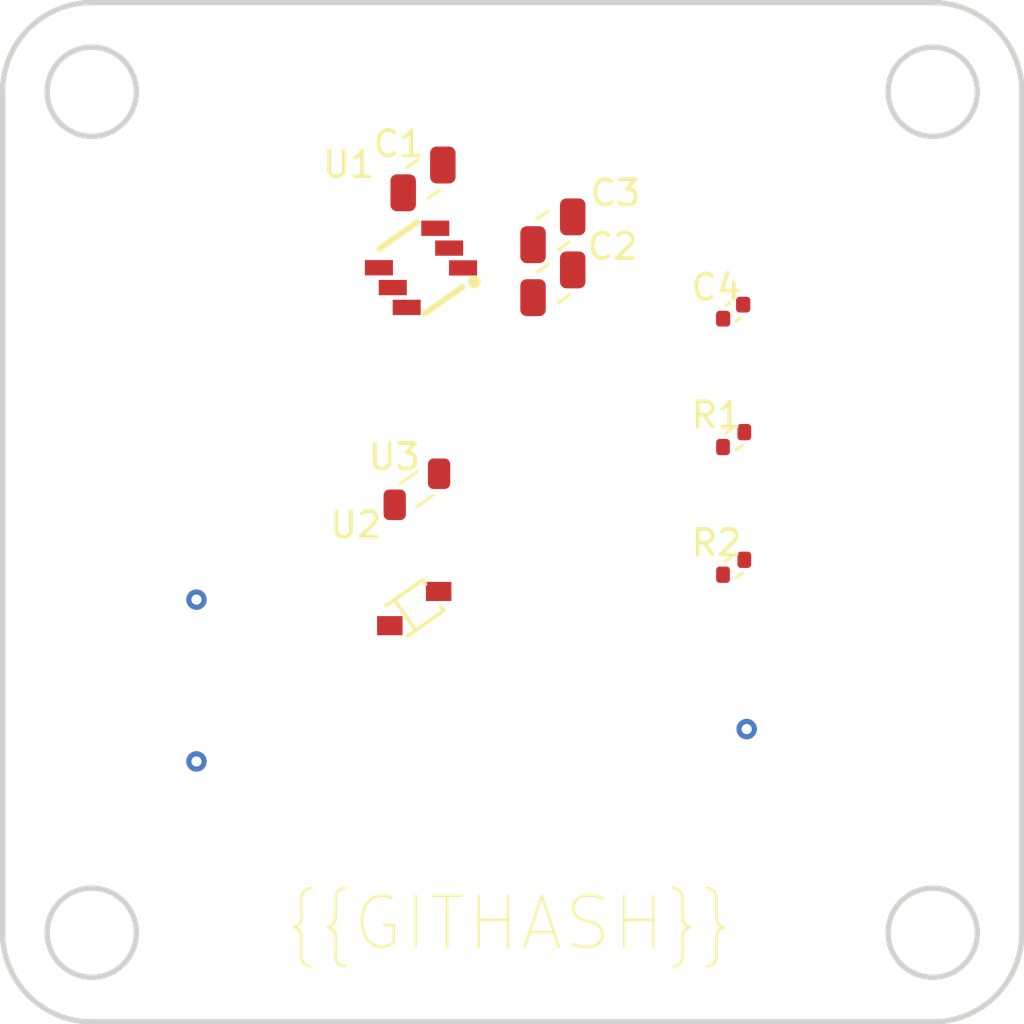
<source format=kicad_pcb>
(kicad_pcb (version 20221018) (generator pcbnew)
  (layers (0 "F.Cu" signal) (31 "B.Cu" signal) (34 "B.Paste" user) (35 "F.Paste" user) (36 "B.SilkS" user "B.Silkscreen") (37 "F.SilkS" user "F.Silkscreen") (38 "B.Mask" user) (39 "F.Mask" user) (44 "Edge.Cuts" user))
  (net 0 "")
  (net 1 "out")
  (net 2 "gnd")
  (net 3 "cb")
  (net 4 "sw")
  (net 5 "vcc")
  (net 6 "vcc-1")
  (footprint "lib:SOD-323_L1.8-W1.3-LS2.5-RD" (layer "F.Cu") (at 139.355 100.68 35.0)
    (fp_text reference "U2" (at 0 -4) (layer "F.SilkS"))
    (fp_text value "<help! no value>")
    (fp_line (start -0.85 -0.73) (end 0.91 -0.73) (stroke (width 0.15)) (layer "F.SilkS"))
    (fp_line (start -0.85 0.73) (end 0.91 0.73) (stroke (width 0.15)) (layer "F.SilkS"))
    (fp_line (start -0.44 -0.73) (end -0.44 0.73) (stroke (width 0.15)) (layer "F.SilkS"))
    (fp_line (start 0.91 -0.73) (end 0.91 -0.53) (stroke (width 0.15)) (layer "F.SilkS"))
    (fp_line (start 0.91 0.73) (end 0.91 0.52) (stroke (width 0.15)) (layer "F.SilkS"))
    (pad "1" smd rect (at -1.17 0) (size 1 0.75) (layers "F.Cu" "F.Paste" "F.Mask") (net 4 "sw"))
    (pad "2" smd rect (at 1.17 0) (size 1 0.75) (layers "F.Cu" "F.Paste" "F.Mask") (net 2 "gnd"))
  )
  (footprint "lib:R0402" (layer "F.Cu") (at 151.89 94.05 35.0)
    (fp_text reference "R1" (at 0 -1.17) (layer "F.SilkS"))
    (fp_text value "147K")
    (fp_line (start -0.153641 -0.38) (end 0.153641 -0.38) (stroke (width 0.12)) (layer "F.SilkS"))
    (fp_line (start -0.153641 0.38) (end 0.153641 0.38) (stroke (width 0.12)) (layer "F.SilkS"))
    (pad "1" smd roundrect (at -0.51 0) (size 0.54 0.64) (layers "F.Cu" "F.Paste" "F.Mask") (net 6 "vcc-1"))
    (pad "2" smd roundrect (at 0.51 0) (size 0.54 0.64) (layers "F.Cu" "F.Paste" "F.Mask") (net 1 "out"))
  )
  (footprint "lib:R0402" (layer "F.Cu") (at 151.89 99.06 35.0)
    (fp_text reference "R2" (at 0 -1.17) (layer "F.SilkS"))
    (fp_text value "10K")
    (fp_line (start -0.153641 -0.38) (end 0.153641 -0.38) (stroke (width 0.12)) (layer "F.SilkS"))
    (fp_line (start -0.153641 0.38) (end 0.153641 0.38) (stroke (width 0.12)) (layer "F.SilkS"))
    (pad "1" smd roundrect (at -0.51 0) (size 0.54 0.64) (layers "F.Cu" "F.Paste" "F.Mask") (net 1 "out"))
    (pad "2" smd roundrect (at 0.51 0) (size 0.54 0.64) (layers "F.Cu" "F.Paste" "F.Mask") (net 2 "gnd"))
  )
  (footprint "lib:C0805" (layer "F.Cu") (at 144.795316 85.855212 35.0)
    (fp_text reference "C3" (at 2.85492 0.193554) (layer "F.SilkS"))
    (fp_text value "10uF")
    (fp_line (start -0.261252 -0.735) (end 0.261252 -0.735) (stroke (width 0.12)) (layer "F.SilkS"))
    (fp_line (start -0.261252 0.735) (end 0.261252 0.735) (stroke (width 0.12)) (layer "F.SilkS"))
    (pad "1" smd roundrect (at -0.95 0) (size 1 1.45) (layers "F.Cu" "F.Paste" "F.Mask") (net 6 "vcc-1"))
    (pad "2" smd roundrect (at 0.95 0) (size 1 1.45) (layers "F.Cu" "F.Paste" "F.Mask") (net 2 "gnd"))
  )
  (footprint "lib:SOT-23-6_L2.9-W1.6-P0.95-LS2.8-BR" (layer "F.Cu") (at 139.62 87.31 35.0)
    (fp_text reference "U1" (at 0 -4.95) (layer "F.SilkS"))
    (fp_text value "<help! no value>")
    (fp_line (start -0.9 -1.55) (end 0.9 -1.55) (stroke (width 0.25)) (layer "F.SilkS"))
    (fp_line (start -0.9 1.55) (end 0.9 1.55) (stroke (width 0.25)) (layer "F.SilkS"))
    (fp_circle (center 1.4 1.65) (end 1.53 1.65) (stroke (width 0.25)) (fill none) (layer "F.SilkS"))
    (pad "1" smd rect (at 1.35 0.95) (size 1.1 0.6) (layers "F.Cu" "F.Paste" "F.Mask") (net 3 "cb"))
    (pad "2" smd rect (at 1.35 0) (size 1.1 0.6) (layers "F.Cu" "F.Paste" "F.Mask") (net 2 "gnd"))
    (pad "3" smd rect (at 1.35 -0.95) (size 1.1 0.6) (layers "F.Cu" "F.Paste" "F.Mask") (net 1 "out"))
    (pad "4" smd rect (at -1.35 -0.95) (size 1.1 0.6) (layers "F.Cu" "F.Paste" "F.Mask") (net 5 "vcc"))
    (pad "5" smd rect (at -1.35 0) (size 1.1 0.6) (layers "F.Cu" "F.Paste" "F.Mask") (net 5 "vcc"))
    (pad "6" smd rect (at -1.35 0.95) (size 1.1 0.6) (layers "F.Cu" "F.Paste" "F.Mask") (net 4 "sw"))
  )
  (footprint "lib:C0805" (layer "F.Cu") (at 144.795316 87.935916 35.0)
    (fp_text reference "C2" (at 2.758143 0.145166) (layer "F.SilkS"))
    (fp_text value "10uF")
    (fp_line (start -0.261252 -0.735) (end 0.261252 -0.735) (stroke (width 0.12)) (layer "F.SilkS"))
    (fp_line (start -0.261252 0.735) (end 0.261252 0.735) (stroke (width 0.12)) (layer "F.SilkS"))
    (pad "1" smd roundrect (at -0.95 0) (size 1 1.45) (layers "F.Cu" "F.Paste" "F.Mask") (net 6 "vcc-1"))
    (pad "2" smd roundrect (at 0.95 0) (size 1 1.45) (layers "F.Cu" "F.Paste" "F.Mask") (net 2 "gnd"))
  )
  (footprint "lib:L0805" (layer "F.Cu") (at 139.46 96.0 35.0)
    (fp_text reference "U3" (at 0 -1.55) (layer "F.SilkS"))
    (fp_text value "<help! no value>")
    (fp_line (start -0.399622 -0.56) (end 0.399622 -0.56) (stroke (width 0.12)) (layer "F.SilkS"))
    (fp_line (start -0.399622 0.56) (end 0.399622 0.56) (stroke (width 0.12)) (layer "F.SilkS"))
    (pad "1" smd roundrect (at -1.0625 0) (size 0.875 1.2) (layers "F.Cu" "F.Paste" "F.Mask") (net 4 "sw"))
    (pad "2" smd roundrect (at 1.0625 0) (size 0.875 1.2) (layers "F.Cu" "F.Paste" "F.Mask") (net 6 "vcc-1"))
  )
  (footprint "lib:C0402" (layer "F.Cu") (at 151.87 89.03 35.0)
    (fp_text reference "C4" (at 0 -1.16) (layer "F.SilkS"))
    (fp_text value "100nF")
    (fp_line (start -0.107836 -0.36) (end 0.107836 -0.36) (stroke (width 0.12)) (layer "F.SilkS"))
    (fp_line (start -0.107836 0.36) (end 0.107836 0.36) (stroke (width 0.12)) (layer "F.SilkS"))
    (pad "1" smd roundrect (at -0.48 0) (size 0.56 0.62) (layers "F.Cu" "F.Paste" "F.Mask") (net 3 "cb"))
    (pad "2" smd roundrect (at 0.48 0) (size 0.56 0.62) (layers "F.Cu" "F.Paste" "F.Mask") (net 4 "sw"))
  )
  (footprint "lib:C0805" (layer "F.Cu") (at 139.7 83.82 35.0)
    (fp_text reference "C1" (at 0 -1.68) (layer "F.SilkS"))
    (fp_text value "10uF")
    (fp_line (start -0.261252 -0.735) (end 0.261252 -0.735) (stroke (width 0.12)) (layer "F.SilkS"))
    (fp_line (start -0.261252 0.735) (end 0.261252 0.735) (stroke (width 0.12)) (layer "F.SilkS"))
    (pad "1" smd roundrect (at -0.95 0) (size 1 1.45) (layers "F.Cu" "F.Paste" "F.Mask") (net 5 "vcc"))
    (pad "2" smd roundrect (at 0.95 0) (size 1 1.45) (layers "F.Cu" "F.Paste" "F.Mask") (net 2 "gnd"))
  )
  (gr_line (start 123.2 113.4) (end 123.2 80.4) (stroke (width 0.2)) (layer "Edge.Cuts"))
  (gr_arc (start 123.2 80.4) (mid 124.225126 77.925126) (end 126.7 76.9) (stroke (width 0.2)) (layer "Edge.Cuts"))
  (gr_circle (center 159.7 80.4) (end 161.45 80.4) (stroke (width 0.2)) (fill none) (layer "Edge.Cuts"))
  (gr_arc (start 159.7 76.9) (mid 162.174874 77.925126) (end 163.2 80.4) (stroke (width 0.2)) (layer "Edge.Cuts"))
  (gr_line (start 163.2 113.4) (end 163.2 80.4) (stroke (width 0.2)) (layer "Edge.Cuts"))
  (gr_arc (start 163.2 113.4) (mid 162.174874 115.874874) (end 159.7 116.9) (stroke (width 0.2)) (layer "Edge.Cuts"))
  (gr_line (start 159.7 116.9) (end 126.7 116.9) (stroke (width 0.2)) (layer "Edge.Cuts"))
  (gr_arc (start 159.7 76.9) (mid 162.174874 77.925126) (end 163.2 80.4) (stroke (width 0.2)) (layer "Edge.Cuts"))
  (gr_arc (start 159.7 76.9) (mid 162.174874 77.925126) (end 163.2 80.4) (stroke (width 0.2)) (layer "Edge.Cuts"))
  (gr_circle (center 126.7 113.4) (end 128.45 113.4) (stroke (width 0.2)) (fill none) (layer "Edge.Cuts"))
  (gr_arc (start 163.2 113.4) (mid 162.174874 115.874874) (end 159.7 116.9) (stroke (width 0.2)) (layer "Edge.Cuts"))
  (gr_arc (start 123.2 80.4) (mid 124.225126 77.925126) (end 126.7 76.9) (stroke (width 0.2)) (layer "Edge.Cuts"))
  (gr_line (start 126.7 76.9) (end 159.7 76.9) (stroke (width 0.2)) (layer "Edge.Cuts"))
  (gr_arc (start 126.7 116.9) (mid 124.225126 115.874874) (end 123.2 113.4) (stroke (width 0.2)) (layer "Edge.Cuts"))
  (gr_line (start 163.2 80.4) (end 163.2 113.4) (stroke (width 0.2)) (layer "Edge.Cuts"))
  (gr_arc (start 163.2 113.4) (mid 162.174874 115.874874) (end 159.7 116.9) (stroke (width 0.2)) (layer "Edge.Cuts"))
  (gr_circle (center 159.7 113.4) (end 161.45 113.4) (stroke (width 0.2)) (fill none) (layer "Edge.Cuts"))
  (gr_circle (center 126.7 80.4) (end 128.45 80.4) (stroke (width 0.2)) (fill none) (layer "Edge.Cuts"))
  (gr_line (start 163.2 80.4) (end 163.2 113.4) (stroke (width 0.2)) (layer "Edge.Cuts"))
  (gr_arc (start 126.7 116.9) (mid 124.225126 115.874874) (end 123.2 113.4) (stroke (width 0.2)) (layer "Edge.Cuts"))
  (gr_circle (center 126.7 113.4) (end 128.45 113.4) (stroke (width 0.2)) (fill none) (layer "Edge.Cuts"))
  (gr_circle (center 126.7 80.4) (end 128.45 80.4) (stroke (width 0.2)) (fill none) (layer "Edge.Cuts"))
  (gr_circle (center 159.7 113.4) (end 161.45 113.4) (stroke (width 0.2)) (fill none) (layer "Edge.Cuts"))
  (gr_arc (start 159.7 76.9) (mid 162.174874 77.925126) (end 163.2 80.4) (stroke (width 0.2)) (layer "Edge.Cuts"))
  (gr_line (start 126.7 76.9) (end 159.7 76.9) (stroke (width 0.2)) (layer "Edge.Cuts"))
  (gr_line (start 123.2 80.4) (end 123.2 113.4) (stroke (width 0.2)) (layer "Edge.Cuts"))
  (gr_circle (center 126.7 113.4) (end 128.45 113.4) (stroke (width 0.2)) (fill none) (layer "Edge.Cuts"))
  (gr_line (start 163.2 113.4) (end 163.2 80.4) (stroke (width 0.2)) (layer "Edge.Cuts"))
  (gr_circle (center 126.7 80.4) (end 128.45 80.4) (stroke (width 0.2)) (fill none) (layer "Edge.Cuts"))
  (gr_circle (center 159.7 113.4) (end 161.45 113.4) (stroke (width 0.2)) (fill none) (layer "Edge.Cuts"))
  (gr_circle (center 126.7 80.4) (end 128.45 80.4) (stroke (width 0.2)) (fill none) (layer "Edge.Cuts"))
  (gr_circle (center 126.7 113.4) (end 128.45 113.4) (stroke (width 0.2)) (fill none) (layer "Edge.Cuts"))
  (gr_arc (start 126.7 116.9) (mid 124.225126 115.874874) (end 123.2 113.4) (stroke (width 0.2)) (layer "Edge.Cuts"))
  (gr_line (start 123.2 80.4) (end 123.2 113.4) (stroke (width 0.2)) (layer "Edge.Cuts"))
  (gr_circle (center 159.7 113.4) (end 161.45 113.4) (stroke (width 0.2)) (fill none) (layer "Edge.Cuts"))
  (gr_arc (start 123.2 80.4) (mid 124.225126 77.925126) (end 126.7 76.9) (stroke (width 0.2)) (layer "Edge.Cuts"))
  (gr_arc (start 163.2 113.4) (mid 162.174874 115.874874) (end 159.7 116.9) (stroke (width 0.2)) (layer "Edge.Cuts"))
  (gr_line (start 159.7 116.9) (end 126.7 116.9) (stroke (width 0.2)) (layer "Edge.Cuts"))
  (gr_line (start 126.7 116.9) (end 159.7 116.9) (stroke (width 0.2)) (layer "Edge.Cuts"))
  (gr_line (start 126.7 116.9) (end 159.7 116.9) (stroke (width 0.2)) (layer "Edge.Cuts"))
  (gr_circle (center 159.7 80.4) (end 161.45 80.4) (stroke (width 0.2)) (fill none) (layer "Edge.Cuts"))
  (gr_arc (start 123.2 80.4) (mid 124.225126 77.925126) (end 126.7 76.9) (stroke (width 0.2)) (layer "Edge.Cuts"))
  (gr_circle (center 159.7 80.4) (end 161.45 80.4) (stroke (width 0.2)) (fill none) (layer "Edge.Cuts"))
  (gr_line (start 126.7 76.9) (end 159.7 76.9) (stroke (width 0.2)) (layer "Edge.Cuts"))
  (gr_line (start 123.2 113.4) (end 123.2 80.4) (stroke (width 0.2)) (layer "Edge.Cuts"))
  (gr_arc (start 126.7 116.9) (mid 124.225126 115.874874) (end 123.2 113.4) (stroke (width 0.2)) (layer "Edge.Cuts"))
  (gr_line (start 126.7 76.9) (end 159.7 76.9) (stroke (width 0.2)) (layer "Edge.Cuts"))
  (gr_circle (center 159.7 80.4) (end 161.45 80.4) (stroke (width 0.2)) (fill none) (layer "Edge.Cuts"))
  (gr_text "{{GITHASH}} " (at 134.2 114.2) (layer "F.SilkS") (effects (font (size 2 2) (thickness 0.1)) (justify left bottom)))
  (via (at 130.81 100.33) (size 0.8) (drill 0.4) (layers "F.Cu" "B.Cu") (net 0))
  (via (at 152.4 105.41) (size 0.8) (drill 0.4) (layers "F.Cu" "B.Cu") (net 0))
  (via (at 130.81 106.68) (size 0.8) (drill 0.4) (layers "F.Cu" "B.Cu") (net 0))
)
</source>
